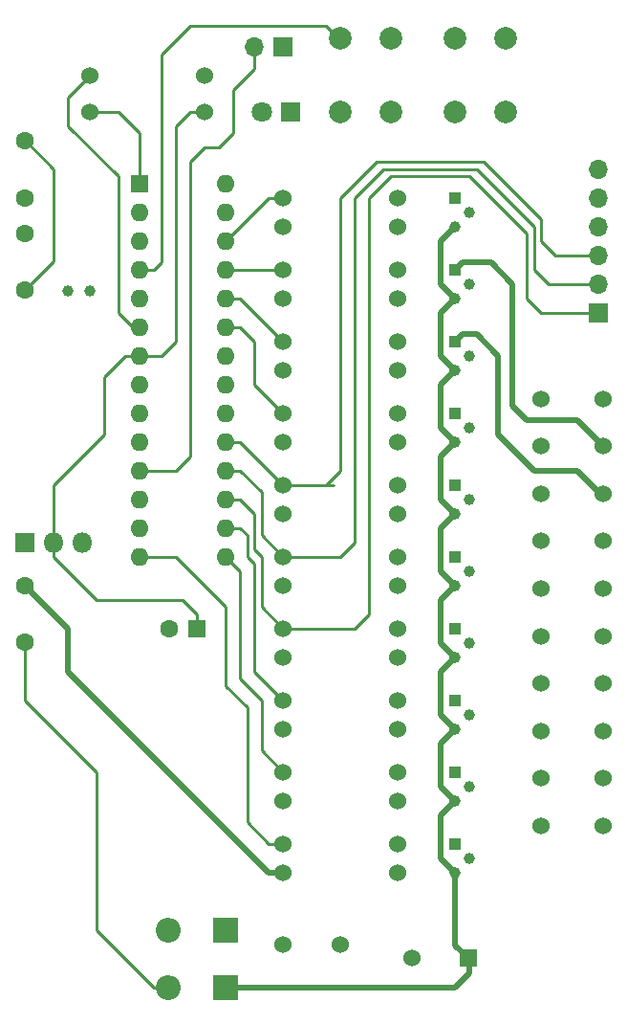
<source format=gbr>
G04 #@! TF.FileFunction,Copper,L2,Bot,Signal*
%FSLAX46Y46*%
G04 Gerber Fmt 4.6, Leading zero omitted, Abs format (unit mm)*
G04 Created by KiCad (PCBNEW 4.0.3+e1-6302~38~ubuntu14.04.1-stable) date Fri Mar 24 19:53:49 2017*
%MOMM*%
%LPD*%
G01*
G04 APERTURE LIST*
%ADD10C,0.100000*%
%ADD11C,1.600000*%
%ADD12R,1.800000X1.800000*%
%ADD13O,1.800000X1.800000*%
%ADD14C,2.000000*%
%ADD15C,1.524000*%
%ADD16R,1.600000X1.600000*%
%ADD17O,1.600000X1.600000*%
%ADD18C,1.000000*%
%ADD19R,1.000000X1.000000*%
%ADD20R,2.200000X2.200000*%
%ADD21O,2.200000X2.200000*%
%ADD22C,1.800000*%
%ADD23R,1.700000X1.700000*%
%ADD24O,1.700000X1.700000*%
%ADD25R,1.524000X1.524000*%
%ADD26C,0.250000*%
%ADD27C,0.500000*%
G04 APERTURE END LIST*
D10*
D11*
X110490000Y-96520000D03*
X110490000Y-101520000D03*
D12*
X110490000Y-92710000D03*
D13*
X113030000Y-92710000D03*
X115570000Y-92710000D03*
D14*
X153090000Y-54610000D03*
X148590000Y-54610000D03*
X153090000Y-48110000D03*
X148590000Y-48110000D03*
D15*
X138430000Y-128270000D03*
X133350000Y-128270000D03*
D16*
X120650000Y-60960000D03*
D17*
X128270000Y-93980000D03*
X120650000Y-63500000D03*
X128270000Y-91440000D03*
X120650000Y-66040000D03*
X128270000Y-88900000D03*
X120650000Y-68580000D03*
X128270000Y-86360000D03*
X120650000Y-71120000D03*
X128270000Y-83820000D03*
X120650000Y-73660000D03*
X128270000Y-81280000D03*
X120650000Y-76200000D03*
X128270000Y-78740000D03*
X120650000Y-78740000D03*
X128270000Y-76200000D03*
X120650000Y-81280000D03*
X128270000Y-73660000D03*
X120650000Y-83820000D03*
X128270000Y-71120000D03*
X120650000Y-86360000D03*
X128270000Y-68580000D03*
X120650000Y-88900000D03*
X128270000Y-66040000D03*
X120650000Y-91440000D03*
X128270000Y-63500000D03*
X120650000Y-93980000D03*
X128270000Y-60960000D03*
D14*
X142930000Y-54610000D03*
X138430000Y-54610000D03*
X142930000Y-48110000D03*
X138430000Y-48110000D03*
D18*
X149860000Y-120650000D03*
X148590000Y-121920000D03*
D19*
X148590000Y-119380000D03*
D20*
X128270000Y-127000000D03*
D21*
X123190000Y-127000000D03*
D12*
X133985000Y-54610000D03*
D22*
X131445000Y-54610000D03*
D18*
X149860000Y-114300000D03*
X148590000Y-115570000D03*
D19*
X148590000Y-113030000D03*
D18*
X149860000Y-107950000D03*
X148590000Y-109220000D03*
D19*
X148590000Y-106680000D03*
D18*
X149860000Y-101600000D03*
X148590000Y-102870000D03*
D19*
X148590000Y-100330000D03*
D18*
X149860000Y-95250000D03*
X148590000Y-96520000D03*
D19*
X148590000Y-93980000D03*
D18*
X149860000Y-88900000D03*
X148590000Y-90170000D03*
D19*
X148590000Y-87630000D03*
D18*
X149860000Y-82550000D03*
X148590000Y-83820000D03*
D19*
X148590000Y-81280000D03*
D18*
X149860000Y-76200000D03*
X148590000Y-77470000D03*
D19*
X148590000Y-74930000D03*
D18*
X149860000Y-69850000D03*
X148590000Y-71120000D03*
D19*
X148590000Y-68580000D03*
D18*
X149860000Y-63500000D03*
X148590000Y-64770000D03*
D19*
X148590000Y-62230000D03*
D15*
X126365000Y-54610000D03*
X116205000Y-54610000D03*
X126365000Y-51435000D03*
X116205000Y-51435000D03*
X133350000Y-121920000D03*
X143510000Y-121920000D03*
X133350000Y-115570000D03*
X143510000Y-115570000D03*
X133350000Y-109220000D03*
X143510000Y-109220000D03*
X133350000Y-102870000D03*
X143510000Y-102870000D03*
X133350000Y-96520000D03*
X143510000Y-96520000D03*
X133350000Y-90170000D03*
X143510000Y-90170000D03*
X133350000Y-83820000D03*
X143510000Y-83820000D03*
X133350000Y-77470000D03*
X143510000Y-77470000D03*
X133350000Y-71120000D03*
X143510000Y-71120000D03*
X133350000Y-64770000D03*
X143510000Y-64770000D03*
D18*
X116205000Y-70485000D03*
X114305000Y-70485000D03*
D15*
X133350000Y-119380000D03*
X143510000Y-119380000D03*
X133350000Y-113030000D03*
X143510000Y-113030000D03*
X133350000Y-106680000D03*
X143510000Y-106680000D03*
X133350000Y-100330000D03*
X143510000Y-100330000D03*
X133350000Y-93980000D03*
X143510000Y-93980000D03*
X133350000Y-87630000D03*
X143510000Y-87630000D03*
X133350000Y-81280000D03*
X143510000Y-81280000D03*
X133350000Y-74930000D03*
X143510000Y-74930000D03*
X133350000Y-68580000D03*
X143510000Y-68580000D03*
X133350000Y-62230000D03*
X143510000Y-62230000D03*
D23*
X161290000Y-72390000D03*
D24*
X161290000Y-69850000D03*
X161290000Y-67310000D03*
X161290000Y-64770000D03*
X161290000Y-62230000D03*
X161290000Y-59690000D03*
D23*
X133350000Y-48895000D03*
D24*
X130810000Y-48895000D03*
D15*
X156210000Y-80010000D03*
X161710000Y-80010000D03*
X156210000Y-84210000D03*
X161710000Y-84210000D03*
X156210000Y-88410000D03*
X161710000Y-88410000D03*
X156210000Y-92610000D03*
X161710000Y-92610000D03*
X156210000Y-96810000D03*
X161710000Y-96810000D03*
X156210000Y-101010000D03*
X161710000Y-101010000D03*
X156210000Y-105210000D03*
X161710000Y-105210000D03*
X156210000Y-109410000D03*
X161710000Y-109410000D03*
X156210000Y-113610000D03*
X161710000Y-113610000D03*
X156210000Y-117810000D03*
X161710000Y-117810000D03*
X144740000Y-129530000D03*
D25*
X149740000Y-129530000D03*
D11*
X110490000Y-62230000D03*
X110490000Y-57230000D03*
X110490000Y-65405000D03*
X110490000Y-70405000D03*
D16*
X125730000Y-100330000D03*
D11*
X123230000Y-100330000D03*
D20*
X128270000Y-132080000D03*
D21*
X123190000Y-132080000D03*
D26*
X142930000Y-54610000D02*
X142875000Y-54610000D01*
X110490000Y-101520000D02*
X110490000Y-106680000D01*
X110490000Y-106680000D02*
X116840000Y-113030000D01*
X116840000Y-113030000D02*
X116840000Y-127000000D01*
X116840000Y-127000000D02*
X121920000Y-132080000D01*
X121920000Y-132080000D02*
X123190000Y-132080000D01*
X113030000Y-67865000D02*
X110490000Y-70405000D01*
X113030000Y-59690000D02*
X113030000Y-67865000D01*
X110570000Y-57230000D02*
X113030000Y-59690000D01*
X110490000Y-57230000D02*
X110570000Y-57230000D01*
X142930000Y-48110000D02*
X142930000Y-48205000D01*
D27*
X114300000Y-100330000D02*
X114300000Y-104140000D01*
X114300000Y-104140000D02*
X115570000Y-105410000D01*
X114300000Y-100330000D02*
X110490000Y-96520000D01*
X132080000Y-121920000D02*
X133350000Y-121920000D01*
X115570000Y-105410000D02*
X132080000Y-121920000D01*
D26*
X122555000Y-76200000D02*
X123825000Y-74930000D01*
X123825000Y-74930000D02*
X123825000Y-55880000D01*
X126365000Y-54610000D02*
X125095000Y-54610000D01*
X125095000Y-54610000D02*
X123825000Y-55880000D01*
X122555000Y-76200000D02*
X120650000Y-76200000D01*
X113030000Y-92710000D02*
X113030000Y-93980000D01*
X113030000Y-93980000D02*
X116840000Y-97790000D01*
X124460000Y-97790000D02*
X125730000Y-99060000D01*
X116840000Y-97790000D02*
X124460000Y-97790000D01*
X120650000Y-76200000D02*
X119380000Y-76200000D01*
X113030000Y-87630000D02*
X113030000Y-93980000D01*
X117475000Y-83185000D02*
X113030000Y-87630000D01*
X117475000Y-78105000D02*
X117475000Y-83185000D01*
X119380000Y-76200000D02*
X117475000Y-78105000D01*
X125730000Y-99060000D02*
X125730000Y-100330000D01*
X125730000Y-99060000D02*
X125730000Y-100330000D01*
X120650000Y-57785000D02*
X120650000Y-56515000D01*
X118745000Y-54610000D02*
X116205000Y-54610000D01*
X120650000Y-56515000D02*
X118745000Y-54610000D01*
X120650000Y-57785000D02*
X120650000Y-60960000D01*
X129540000Y-97155000D02*
X129540000Y-95250000D01*
X129540000Y-95250000D02*
X128270000Y-93980000D01*
X131445000Y-111125000D02*
X133350000Y-113030000D01*
X131445000Y-106680000D02*
X131445000Y-111125000D01*
X129540000Y-104775000D02*
X131445000Y-106680000D01*
X129540000Y-97155000D02*
X129540000Y-104775000D01*
X130810000Y-95250000D02*
X130810000Y-94615000D01*
X129540000Y-91440000D02*
X128270000Y-91440000D01*
X130175000Y-92075000D02*
X129540000Y-91440000D01*
X130175000Y-92710000D02*
X130175000Y-92075000D01*
X130175000Y-93980000D02*
X130175000Y-92710000D01*
X130810000Y-94615000D02*
X130175000Y-93980000D01*
X130810000Y-104140000D02*
X133350000Y-106680000D01*
X130810000Y-95250000D02*
X130810000Y-104140000D01*
X161290000Y-72390000D02*
X156210000Y-72390000D01*
X156210000Y-72390000D02*
X154940000Y-71120000D01*
X130810000Y-91440000D02*
X130810000Y-90170000D01*
X129540000Y-88900000D02*
X128270000Y-88900000D01*
X130810000Y-90170000D02*
X129540000Y-88900000D01*
X147320000Y-60325000D02*
X149860000Y-60325000D01*
X154940000Y-65405000D02*
X154940000Y-71120000D01*
X149860000Y-60325000D02*
X154940000Y-65405000D01*
X140970000Y-62230000D02*
X142240000Y-60960000D01*
X142240000Y-60960000D02*
X142875000Y-60325000D01*
X142875000Y-60325000D02*
X147320000Y-60325000D01*
X140970000Y-99060000D02*
X140970000Y-62230000D01*
X139700000Y-100330000D02*
X140970000Y-99060000D01*
X133350000Y-100330000D02*
X139700000Y-100330000D01*
X130810000Y-93345000D02*
X131445000Y-93980000D01*
X131445000Y-98425000D02*
X133350000Y-100330000D01*
X131445000Y-93980000D02*
X131445000Y-98425000D01*
X130810000Y-91440000D02*
X130810000Y-93345000D01*
X161290000Y-69850000D02*
X156845000Y-69850000D01*
X155575000Y-68580000D02*
X155575000Y-67945000D01*
X156845000Y-69850000D02*
X155575000Y-68580000D01*
X131445000Y-88900000D02*
X131445000Y-88265000D01*
X129540000Y-86360000D02*
X128270000Y-86360000D01*
X131445000Y-88265000D02*
X129540000Y-86360000D01*
X144780000Y-59690000D02*
X150495000Y-59690000D01*
X155575000Y-64770000D02*
X155575000Y-67945000D01*
X150495000Y-59690000D02*
X155575000Y-64770000D01*
X139700000Y-62230000D02*
X142240000Y-59690000D01*
X138430000Y-93980000D02*
X139700000Y-92710000D01*
X139700000Y-92710000D02*
X139700000Y-62230000D01*
X133350000Y-93980000D02*
X138430000Y-93980000D01*
X142240000Y-59690000D02*
X144780000Y-59690000D01*
X131445000Y-88900000D02*
X131445000Y-92075000D01*
X131445000Y-92075000D02*
X133350000Y-93980000D01*
X161290000Y-67310000D02*
X157480000Y-67310000D01*
X157480000Y-67310000D02*
X156210000Y-66040000D01*
X130810000Y-85090000D02*
X129540000Y-83820000D01*
X129540000Y-83820000D02*
X128270000Y-83820000D01*
X141605000Y-59055000D02*
X151130000Y-59055000D01*
X156210000Y-66040000D02*
X156210000Y-64135000D01*
X156210000Y-64135000D02*
X151130000Y-59055000D01*
X138430000Y-62230000D02*
X141605000Y-59055000D01*
X133350000Y-87630000D02*
X137795000Y-87630000D01*
X138430000Y-86360000D02*
X138430000Y-62230000D01*
X137160000Y-87630000D02*
X138430000Y-86360000D01*
X137795000Y-87630000D02*
X137160000Y-87630000D01*
X130810000Y-85090000D02*
X133350000Y-87630000D01*
X130810000Y-76200000D02*
X130810000Y-74930000D01*
X129540000Y-73660000D02*
X128270000Y-73660000D01*
X130810000Y-74930000D02*
X129540000Y-73660000D01*
X130810000Y-78740000D02*
X133350000Y-81280000D01*
X130810000Y-76200000D02*
X130810000Y-78740000D01*
X130810000Y-72390000D02*
X129540000Y-71120000D01*
X129540000Y-71120000D02*
X128270000Y-71120000D01*
X130810000Y-72390000D02*
X133350000Y-74930000D01*
X132080000Y-68580000D02*
X128270000Y-68580000D01*
X133350000Y-68580000D02*
X132080000Y-68580000D01*
X130810000Y-63500000D02*
X128270000Y-66040000D01*
X133350000Y-62230000D02*
X132080000Y-62230000D01*
X132080000Y-62230000D02*
X130810000Y-63500000D01*
X120650000Y-93980000D02*
X123825000Y-93980000D01*
X123825000Y-93980000D02*
X125730000Y-95885000D01*
X130175000Y-116205000D02*
X130175000Y-117475000D01*
X132080000Y-119380000D02*
X133350000Y-119380000D01*
X130175000Y-117475000D02*
X132080000Y-119380000D01*
X130175000Y-107315000D02*
X130175000Y-116205000D01*
X128270000Y-105410000D02*
X130175000Y-107315000D01*
X128270000Y-98425000D02*
X128270000Y-105410000D01*
X125730000Y-95885000D02*
X128270000Y-98425000D01*
D27*
X148590000Y-121920000D02*
X148590000Y-128380000D01*
X148590000Y-128380000D02*
X149740000Y-129530000D01*
X128270000Y-132080000D02*
X148590000Y-132080000D01*
X149860000Y-130810000D02*
X149860000Y-129650000D01*
X148590000Y-132080000D02*
X149860000Y-130810000D01*
X149860000Y-129650000D02*
X149740000Y-129530000D01*
X149740000Y-129530000D02*
X149740000Y-129420000D01*
X148590000Y-115570000D02*
X147320000Y-116840000D01*
X147320000Y-120650000D02*
X148590000Y-121920000D01*
X147320000Y-116840000D02*
X147320000Y-120650000D01*
X148590000Y-109220000D02*
X147320000Y-110490000D01*
X147320000Y-114300000D02*
X148590000Y-115570000D01*
X147320000Y-110490000D02*
X147320000Y-114300000D01*
X148590000Y-96520000D02*
X147320000Y-95250000D01*
X147320000Y-91440000D02*
X148590000Y-90170000D01*
X147320000Y-95250000D02*
X147320000Y-91440000D01*
X148590000Y-90170000D02*
X147320000Y-88900000D01*
X147320000Y-85090000D02*
X148590000Y-83820000D01*
X147320000Y-88900000D02*
X147320000Y-85725000D01*
X147320000Y-85725000D02*
X147320000Y-85090000D01*
X148590000Y-83820000D02*
X147320000Y-82550000D01*
X147320000Y-82550000D02*
X147320000Y-78740000D01*
X147320000Y-78740000D02*
X148590000Y-77470000D01*
X148590000Y-77470000D02*
X147320000Y-76200000D01*
X148590000Y-109220000D02*
X147320000Y-107950000D01*
X147320000Y-104140000D02*
X148590000Y-102870000D01*
X147320000Y-107950000D02*
X147320000Y-104140000D01*
X148590000Y-102870000D02*
X147320000Y-101600000D01*
X147320000Y-101600000D02*
X147320000Y-97790000D01*
X147320000Y-97790000D02*
X148590000Y-96520000D01*
X147320000Y-69850000D02*
X147320000Y-66040000D01*
X147320000Y-76200000D02*
X147320000Y-72390000D01*
X147320000Y-72390000D02*
X148590000Y-71120000D01*
X148590000Y-71120000D02*
X147320000Y-69850000D01*
X147320000Y-66040000D02*
X148590000Y-64770000D01*
D26*
X138430000Y-48110000D02*
X138280000Y-48110000D01*
X138280000Y-48110000D02*
X137160000Y-46990000D01*
X137160000Y-46990000D02*
X125095000Y-46990000D01*
X121920000Y-68580000D02*
X120650000Y-68580000D01*
X122555000Y-67945000D02*
X121920000Y-68580000D01*
X122555000Y-49530000D02*
X122555000Y-67945000D01*
X125095000Y-46990000D02*
X122555000Y-49530000D01*
X120650000Y-73660000D02*
X120015000Y-73660000D01*
X120015000Y-73660000D02*
X118745000Y-72390000D01*
X118745000Y-72390000D02*
X118745000Y-70485000D01*
X118745000Y-60325000D02*
X118745000Y-70485000D01*
X118745000Y-70485000D02*
X118745000Y-72390000D01*
X114300000Y-55880000D02*
X118745000Y-60325000D01*
X114300000Y-53340000D02*
X114300000Y-55880000D01*
X116205000Y-51435000D02*
X114300000Y-53340000D01*
X128905000Y-52705000D02*
X128905000Y-56515000D01*
X130810000Y-48895000D02*
X130810000Y-50800000D01*
X130810000Y-50800000D02*
X128905000Y-52705000D01*
X128905000Y-56515000D02*
X127635000Y-57785000D01*
X127635000Y-57785000D02*
X126365000Y-57785000D01*
X127000000Y-57785000D02*
X126365000Y-57785000D01*
X126365000Y-57785000D02*
X125095000Y-59055000D01*
X123825000Y-86360000D02*
X120650000Y-86360000D01*
X125095000Y-85090000D02*
X125095000Y-59055000D01*
X123825000Y-86360000D02*
X125095000Y-85090000D01*
X127000000Y-57785000D02*
X127635000Y-57785000D01*
X130810000Y-50800000D02*
X128905000Y-52705000D01*
X128905000Y-56515000D02*
X127635000Y-57785000D01*
D27*
X161710000Y-84210000D02*
X161680000Y-84210000D01*
X161680000Y-84210000D02*
X159385000Y-81915000D01*
X159385000Y-81915000D02*
X154940000Y-81915000D01*
X154940000Y-81915000D02*
X153670000Y-80645000D01*
X153670000Y-80645000D02*
X153670000Y-69850000D01*
X153670000Y-69850000D02*
X151765000Y-67945000D01*
X151765000Y-67945000D02*
X149225000Y-67945000D01*
X149225000Y-67945000D02*
X148590000Y-68580000D01*
X161710000Y-88410000D02*
X161435000Y-88410000D01*
X161435000Y-88410000D02*
X159385000Y-86360000D01*
X159385000Y-86360000D02*
X155575000Y-86360000D01*
X155575000Y-86360000D02*
X152400000Y-83185000D01*
X152400000Y-83185000D02*
X152400000Y-76200000D01*
X152400000Y-76200000D02*
X150495000Y-74295000D01*
X150495000Y-74295000D02*
X149225000Y-74295000D01*
X149225000Y-74295000D02*
X148590000Y-74930000D01*
M02*

</source>
